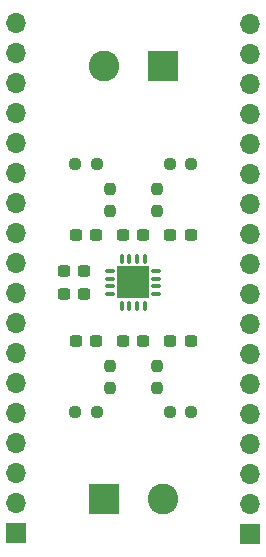
<source format=gbr>
%TF.GenerationSoftware,KiCad,Pcbnew,(6.0.6)*%
%TF.CreationDate,2022-06-28T18:53:51+02:00*%
%TF.ProjectId,thermocouples,74686572-6d6f-4636-9f75-706c65732e6b,rev?*%
%TF.SameCoordinates,Original*%
%TF.FileFunction,Soldermask,Top*%
%TF.FilePolarity,Negative*%
%FSLAX46Y46*%
G04 Gerber Fmt 4.6, Leading zero omitted, Abs format (unit mm)*
G04 Created by KiCad (PCBNEW (6.0.6)) date 2022-06-28 18:53:51*
%MOMM*%
%LPD*%
G01*
G04 APERTURE LIST*
G04 Aperture macros list*
%AMRoundRect*
0 Rectangle with rounded corners*
0 $1 Rounding radius*
0 $2 $3 $4 $5 $6 $7 $8 $9 X,Y pos of 4 corners*
0 Add a 4 corners polygon primitive as box body*
4,1,4,$2,$3,$4,$5,$6,$7,$8,$9,$2,$3,0*
0 Add four circle primitives for the rounded corners*
1,1,$1+$1,$2,$3*
1,1,$1+$1,$4,$5*
1,1,$1+$1,$6,$7*
1,1,$1+$1,$8,$9*
0 Add four rect primitives between the rounded corners*
20,1,$1+$1,$2,$3,$4,$5,0*
20,1,$1+$1,$4,$5,$6,$7,0*
20,1,$1+$1,$6,$7,$8,$9,0*
20,1,$1+$1,$8,$9,$2,$3,0*%
G04 Aperture macros list end*
%ADD10RoundRect,0.237500X0.300000X0.237500X-0.300000X0.237500X-0.300000X-0.237500X0.300000X-0.237500X0*%
%ADD11R,2.600000X2.600000*%
%ADD12C,2.600000*%
%ADD13R,1.700000X1.700000*%
%ADD14O,1.700000X1.700000*%
%ADD15RoundRect,0.237500X0.237500X-0.250000X0.237500X0.250000X-0.237500X0.250000X-0.237500X-0.250000X0*%
%ADD16RoundRect,0.087500X0.325000X0.087500X-0.325000X0.087500X-0.325000X-0.087500X0.325000X-0.087500X0*%
%ADD17RoundRect,0.087500X0.087500X0.325000X-0.087500X0.325000X-0.087500X-0.325000X0.087500X-0.325000X0*%
%ADD18R,2.700000X2.700000*%
%ADD19RoundRect,0.237500X-0.237500X0.250000X-0.237500X-0.250000X0.237500X-0.250000X0.237500X0.250000X0*%
%ADD20RoundRect,0.237500X-0.250000X-0.237500X0.250000X-0.237500X0.250000X0.237500X-0.250000X0.237500X0*%
%ADD21RoundRect,0.237500X-0.300000X-0.237500X0.300000X-0.237500X0.300000X0.237500X-0.300000X0.237500X0*%
%ADD22RoundRect,0.237500X0.250000X0.237500X-0.250000X0.237500X-0.250000X-0.237500X0.250000X-0.237500X0*%
G04 APERTURE END LIST*
D10*
%TO.C,C8*%
X102862500Y-67000000D03*
X101137500Y-67000000D03*
%TD*%
D11*
%TO.C,J4*%
X104500000Y-84305000D03*
D12*
X109500000Y-84305000D03*
%TD*%
D13*
%TO.C,J2*%
X116875000Y-87275000D03*
D14*
X116875000Y-84735000D03*
X116875000Y-82195000D03*
X116875000Y-79655000D03*
X116875000Y-77115000D03*
X116875000Y-74575000D03*
X116875000Y-72035000D03*
X116875000Y-69495000D03*
X116875000Y-66955000D03*
X116875000Y-64415000D03*
X116875000Y-61875000D03*
X116875000Y-59335000D03*
X116875000Y-56795000D03*
X116875000Y-54255000D03*
X116875000Y-51715000D03*
X116875000Y-49175000D03*
X116875000Y-46635000D03*
X116875000Y-44095000D03*
%TD*%
D15*
%TO.C,R8*%
X105000000Y-74912500D03*
X105000000Y-73087500D03*
%TD*%
%TO.C,R7*%
X109000000Y-74912500D03*
X109000000Y-73087500D03*
%TD*%
D16*
%TO.C,U1*%
X108962500Y-66975000D03*
X108962500Y-66325000D03*
X108962500Y-65675000D03*
X108962500Y-65025000D03*
D17*
X107975000Y-64037500D03*
X107325000Y-64037500D03*
X106675000Y-64037500D03*
X106025000Y-64037500D03*
D16*
X105037500Y-65025000D03*
X105037500Y-65675000D03*
X105037500Y-66325000D03*
X105037500Y-66975000D03*
D17*
X106025000Y-67962500D03*
X106675000Y-67962500D03*
X107325000Y-67962500D03*
X107975000Y-67962500D03*
D18*
X107000000Y-66000000D03*
%TD*%
D19*
%TO.C,R6*%
X109000000Y-58087500D03*
X109000000Y-59912500D03*
%TD*%
D11*
%TO.C,J3*%
X109500000Y-47695000D03*
D12*
X104500000Y-47695000D03*
%TD*%
D20*
%TO.C,R2*%
X110087500Y-56000000D03*
X111912500Y-56000000D03*
%TD*%
D21*
%TO.C,C1*%
X102137500Y-62000000D03*
X103862500Y-62000000D03*
%TD*%
D13*
%TO.C,J1*%
X97115000Y-87225000D03*
D14*
X97115000Y-84685000D03*
X97115000Y-82145000D03*
X97115000Y-79605000D03*
X97115000Y-77065000D03*
X97115000Y-74525000D03*
X97115000Y-71985000D03*
X97115000Y-69445000D03*
X97115000Y-66905000D03*
X97115000Y-64365000D03*
X97115000Y-61825000D03*
X97115000Y-59285000D03*
X97115000Y-56745000D03*
X97115000Y-54205000D03*
X97115000Y-51665000D03*
X97115000Y-49125000D03*
X97115000Y-46585000D03*
X97115000Y-44045000D03*
%TD*%
D22*
%TO.C,R3*%
X111912500Y-77000000D03*
X110087500Y-77000000D03*
%TD*%
D10*
%TO.C,C6*%
X103862500Y-71000000D03*
X102137500Y-71000000D03*
%TD*%
%TO.C,C5*%
X107862500Y-71000000D03*
X106137500Y-71000000D03*
%TD*%
D21*
%TO.C,C2*%
X106137500Y-62000000D03*
X107862500Y-62000000D03*
%TD*%
D22*
%TO.C,R4*%
X103912500Y-77000000D03*
X102087500Y-77000000D03*
%TD*%
D21*
%TO.C,C3*%
X110137500Y-62000000D03*
X111862500Y-62000000D03*
%TD*%
D10*
%TO.C,C7*%
X102862500Y-65000000D03*
X101137500Y-65000000D03*
%TD*%
D19*
%TO.C,R5*%
X105000000Y-58087500D03*
X105000000Y-59912500D03*
%TD*%
D10*
%TO.C,C4*%
X111862500Y-71000000D03*
X110137500Y-71000000D03*
%TD*%
D20*
%TO.C,R1*%
X102087500Y-56000000D03*
X103912500Y-56000000D03*
%TD*%
M02*

</source>
